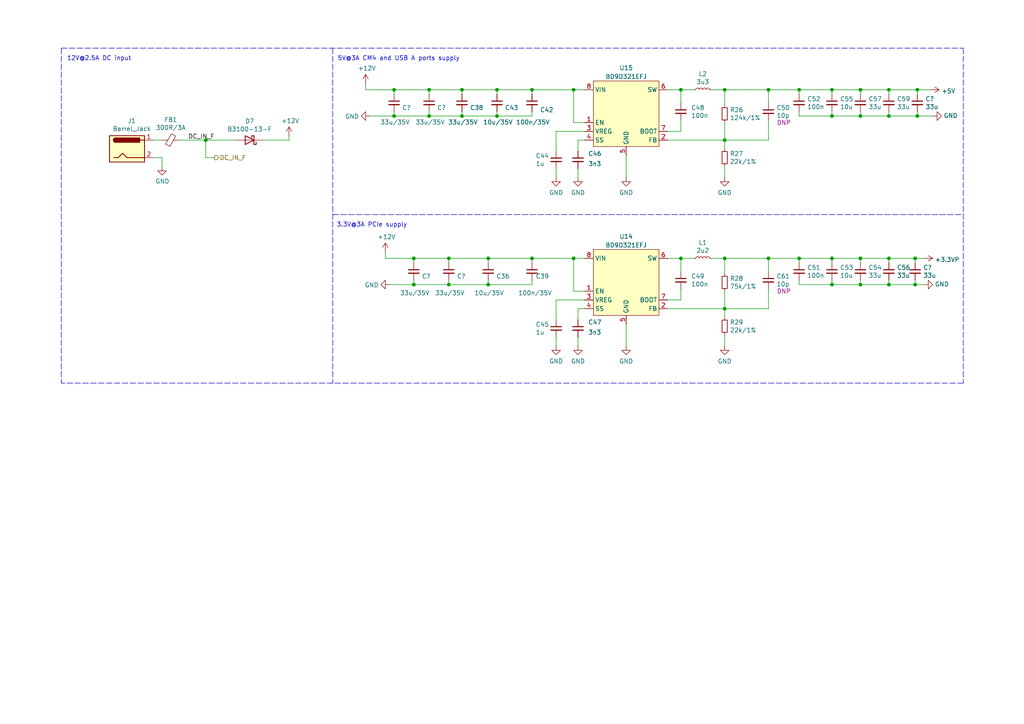
<source format=kicad_sch>
(kicad_sch (version 20210406) (generator eeschema)
  (paper "A4")
  (title_block (title "Power") (date "2021-01-12") (rev "0.1") (company "Nabu Casa") (comment 1 "www.nabucasa.com") (comment 2 "Light Blue"))
  (lib_symbols
    (symbol "Connector:Barrel_Jack" (pin_names (offset 1.016))
      (property "Reference" "J" (at 0 5.334 0))
      (property "Value" "Barrel_Jack" (at 0 -5.08 0))
      (symbol "Barrel_Jack_0_1"
        (arc (start -3.302 3.175) (end -3.302 1.905) (radius (at -3.302 2.54) (length 0.635) (angles 90.1 -90.1)) (stroke (width 0.254)))
        (arc (start -3.302 3.175) (end -3.302 1.905) (radius (at -3.302 2.54) (length 0.635) (angles 90.1 -90.1)) (stroke (width 0.254)) (fill (type outline)))
        (rectangle (start 3.683 3.175) (end -3.302 1.905) (stroke (width 0.254)) (fill (type outline)))
        (rectangle (start -5.08 3.81) (end 5.08 -3.81) (stroke (width 0.254)) (fill (type background)))
        (polyline (pts (xy 5.08 2.54) (xy 3.81 2.54)) (stroke (width 0.254)))
        (polyline (pts (xy -3.81 -2.54) (xy -2.54 -2.54) (xy -1.27 -1.27) (xy 0 -2.54) (xy 2.54 -2.54) (xy 5.08 -2.54)) (stroke (width 0.254)))
      )
      (symbol "Barrel_Jack_1_1"
        (pin passive line (at 7.62 2.54 180) (length 2.54) (name "~") (number "1"))
        (pin passive line (at 7.62 -2.54 180) (length 2.54) (name "~") (number "2"))
      )
    )
    (symbol "Device:C_Small" (pin_numbers hide) (pin_names (offset 0.254) hide)
      (property "Reference" "C" (at 0.254 1.778 0))
      (property "Value" "C_Small" (at 0.254 -2.032 0))
      (symbol "C_Small_0_1"
        (polyline (pts (xy -1.524 -0.508) (xy 1.524 -0.508)) (stroke (width 0.3302)))
        (polyline (pts (xy -1.524 0.508) (xy 1.524 0.508)) (stroke (width 0.3048)))
      )
      (symbol "C_Small_1_1"
        (pin passive line (at 0 2.54 270) (length 2.032) (name "~") (number "1"))
        (pin passive line (at 0 -2.54 90) (length 2.032) (name "~") (number "2"))
      )
    )
    (symbol "Device:D_Schottky" (pin_numbers hide) (pin_names (offset 1.016) hide)
      (property "Reference" "D" (at 0 2.54 0))
      (property "Value" "D_Schottky" (at 0 -2.54 0))
      (symbol "D_Schottky_0_1"
        (polyline (pts (xy 1.27 0) (xy -1.27 0)))
        (polyline (pts (xy 1.27 1.27) (xy 1.27 -1.27) (xy -1.27 0) (xy 1.27 1.27)) (stroke (width 0.254)))
        (polyline (pts (xy -1.905 0.635) (xy -1.905 1.27) (xy -1.27 1.27) (xy -1.27 -1.27) (xy -0.635 -1.27) (xy -0.635 -0.635)) (stroke (width 0.254)))
      )
      (symbol "D_Schottky_1_1"
        (pin passive line (at -3.81 0 0) (length 2.54) (name "K") (number "1"))
        (pin passive line (at 3.81 0 180) (length 2.54) (name "A") (number "2"))
      )
    )
    (symbol "Device:Ferrite_Bead_Small" (pin_numbers hide) (pin_names (offset 0))
      (property "Reference" "FB" (at 1.905 1.27 0))
      (property "Value" "Ferrite_Bead_Small" (at 1.905 -1.27 0))
      (symbol "Ferrite_Bead_Small_0_1"
        (polyline (pts (xy 0 -1.27) (xy 0 -0.7874)))
        (polyline (pts (xy 0 0.889) (xy 0 1.2954)))
        (polyline (pts (xy -1.8288 0.2794) (xy -1.1176 1.4986) (xy 1.8288 -0.2032) (xy 1.1176 -1.4224) (xy -1.8288 0.2794)))
      )
      (symbol "Ferrite_Bead_Small_1_1"
        (pin passive line (at 0 2.54 270) (length 1.27) (name "~") (number "1"))
        (pin passive line (at 0 -2.54 90) (length 1.27) (name "~") (number "2"))
      )
    )
    (symbol "Device:L_Small" (pin_numbers hide) (pin_names (offset 0.254) hide)
      (property "Reference" "L" (at 0.762 1.016 0))
      (property "Value" "L_Small" (at 0.762 -1.016 0))
      (symbol "L_Small_0_1"
        (arc (start 0 -2.032) (end 0 -1.016) (radius (at 0 -1.524) (length 0.508) (angles -89.9 89.9)))
        (arc (start 0 -1.016) (end 0 0) (radius (at 0 -0.508) (length 0.508) (angles -89.9 89.9)))
        (arc (start 0 0) (end 0 1.016) (radius (at 0 0.508) (length 0.508) (angles -89.9 89.9)))
        (arc (start 0 1.016) (end 0 2.032) (radius (at 0 1.524) (length 0.508) (angles -89.9 89.9)))
      )
      (symbol "L_Small_1_1"
        (pin passive line (at 0 2.54 270) (length 0.508) (name "~") (number "1"))
        (pin passive line (at 0 -2.54 90) (length 0.508) (name "~") (number "2"))
      )
    )
    (symbol "Device:R_Small" (pin_numbers hide) (pin_names (offset 0.254) hide)
      (property "Reference" "R" (at 0.762 0.508 0))
      (property "Value" "R_Small" (at 0.762 -1.016 0))
      (symbol "R_Small_0_1"
        (rectangle (start -0.762 1.778) (end 0.762 -1.778) (stroke (width 0.2032)))
      )
      (symbol "R_Small_1_1"
        (pin passive line (at 0 2.54 270) (length 0.762) (name "~") (number "1"))
        (pin passive line (at 0 -2.54 90) (length 0.762) (name "~") (number "2"))
      )
    )
    (symbol "LightBlue:BD9D321EFJ"
      (property "Reference" "U" (at 0 13.335 0))
      (property "Value" "BD9D321EFJ" (at 0 10.795 0))
      (symbol "BD9D321EFJ_0_1"
        (rectangle (start -9.525 9.525) (end 9.525 -9.525) (stroke (width 0.1524)) (fill (type background)))
      )
      (symbol "BD9D321EFJ_1_1"
        (pin input line (at -12.065 -2.54 0) (length 2.54) (name "EN") (number "1"))
        (pin passive line (at 12.065 -7.62 180) (length 2.54) (name "FB") (number "2"))
        (pin power_out line (at -12.065 -5.08 0) (length 2.54) (name "VREG") (number "3"))
        (pin input line (at -12.065 -7.62 0) (length 2.54) (name "SS") (number "4"))
        (pin power_in line (at 0 -12.065 90) (length 2.54) (name "GND") (number "5"))
        (pin power_out line (at 12.065 6.985 180) (length 2.54) (name "SW") (number "6"))
        (pin input line (at 12.065 -5.08 180) (length 2.54) (name "BOOT") (number "7"))
        (pin power_in line (at -12.065 6.985 0) (length 2.54) (name "VIN") (number "8"))
        (pin passive line (at 0 -12.065 90) (length 2.54) hide (name "GND") (number "9"))
      )
    )
    (symbol "LightBlue:BD9D321EFJ_1"
      (property "Reference" "U" (at 0 13.335 0))
      (property "Value" "BD9D321EFJ" (at 0 10.795 0))
      (symbol "BD9D321EFJ_1_0_1"
        (rectangle (start -9.525 9.525) (end 9.525 -9.525) (stroke (width 0.1524)) (fill (type background)))
      )
      (symbol "BD9D321EFJ_1_1_1"
        (pin input line (at -12.065 -2.54 0) (length 2.54) (name "EN") (number "1"))
        (pin passive line (at 12.065 -7.62 180) (length 2.54) (name "FB") (number "2"))
        (pin power_out line (at -12.065 -5.08 0) (length 2.54) (name "VREG") (number "3"))
        (pin input line (at -12.065 -7.62 0) (length 2.54) (name "SS") (number "4"))
        (pin power_in line (at 0 -12.065 90) (length 2.54) (name "GND") (number "5"))
        (pin power_out line (at 12.065 6.985 180) (length 2.54) (name "SW") (number "6"))
        (pin input line (at 12.065 -5.08 180) (length 2.54) (name "BOOT") (number "7"))
        (pin power_in line (at -12.065 6.985 0) (length 2.54) (name "VIN") (number "8"))
        (pin passive line (at 0 -12.065 90) (length 2.54) hide (name "GND") (number "9"))
      )
    )
    (symbol "power:+12V" (power) (pin_names (offset 0))
      (property "Value" "+12V" (at 0 3.556 0))
      (symbol "+12V_0_1"
        (polyline (pts (xy -0.762 1.27) (xy 0 2.54)))
        (polyline (pts (xy 0 0) (xy 0 2.54)))
        (polyline (pts (xy 0 2.54) (xy 0.762 1.27)))
      )
      (symbol "+12V_1_1"
        (pin power_in line (at 0 0 90) (length 0) hide (name "+12V") (number "1"))
      )
    )
    (symbol "power:+3.3VP" (power) (pin_names (offset 0))
      (property "Value" "+3.3VP" (at 0 2.54 0))
      (symbol "+3.3VP_0_0"
        (pin power_in line (at 0 0 90) (length 0) hide (name "+3.3VP") (number "1"))
      )
      (symbol "+3.3VP_0_1"
        (polyline (pts (xy -0.762 1.27) (xy 0 2.54)))
        (polyline (pts (xy 0 0) (xy 0 2.54)))
        (polyline (pts (xy 0 2.54) (xy 0.762 1.27)))
      )
    )
    (symbol "power:+5V" (power) (pin_names (offset 0))
      (property "Value" "+5V" (at 0 3.556 0))
      (symbol "+5V_0_1"
        (polyline (pts (xy -0.762 1.27) (xy 0 2.54)))
        (polyline (pts (xy 0 0) (xy 0 2.54)))
        (polyline (pts (xy 0 2.54) (xy 0.762 1.27)))
      )
      (symbol "+5V_1_1"
        (pin power_in line (at 0 0 90) (length 0) hide (name "+5V") (number "1"))
      )
    )
    (symbol "power:GND" (power) (pin_names (offset 0))
      (property "Value" "GND" (at 0 -3.81 0))
      (symbol "GND_0_1"
        (polyline (pts (xy 0 0) (xy 0 -1.27) (xy 1.27 -1.27) (xy 0 -2.54) (xy -1.27 -1.27) (xy 0 -1.27)))
      )
      (symbol "GND_1_1"
        (pin power_in line (at 0 0 270) (length 0) hide (name "GND") (number "1"))
      )
    )
  )
  (junction (at 59.69 40.64) (diameter 0.9144))
  (junction (at 114.3 26.035) (diameter 0.9144))
  (junction (at 114.3 33.655) (diameter 0.9144))
  (junction (at 120.015 74.93) (diameter 0.9144))
  (junction (at 120.015 82.55) (diameter 0.9144))
  (junction (at 124.46 26.035) (diameter 0.9144))
  (junction (at 124.46 33.655) (diameter 0.9144))
  (junction (at 130.175 74.93) (diameter 0.9144))
  (junction (at 130.175 82.55) (diameter 0.9144))
  (junction (at 133.985 26.035) (diameter 0.9144))
  (junction (at 133.985 33.655) (diameter 0.9144))
  (junction (at 141.605 74.93) (diameter 0.9144))
  (junction (at 141.605 82.55) (diameter 0.9144))
  (junction (at 144.145 26.035) (diameter 0.9144))
  (junction (at 144.145 33.655) (diameter 0.9144))
  (junction (at 154.305 26.035) (diameter 0.9144))
  (junction (at 154.305 74.93) (diameter 0.9144))
  (junction (at 166.37 26.035) (diameter 0.9144))
  (junction (at 166.37 74.93) (diameter 0.9144))
  (junction (at 197.485 26.035) (diameter 0.9144))
  (junction (at 197.485 74.93) (diameter 0.9144))
  (junction (at 210.185 26.035) (diameter 0.9144))
  (junction (at 210.185 40.64) (diameter 0.9144))
  (junction (at 210.185 74.93) (diameter 0.9144))
  (junction (at 210.185 89.535) (diameter 0.9144))
  (junction (at 222.885 26.035) (diameter 0.9144))
  (junction (at 222.885 74.93) (diameter 0.9144))
  (junction (at 231.775 26.035) (diameter 0.9144))
  (junction (at 231.775 74.93) (diameter 0.9144))
  (junction (at 241.3 26.035) (diameter 0.9144))
  (junction (at 241.3 33.655) (diameter 0.9144))
  (junction (at 241.3 74.93) (diameter 0.9144))
  (junction (at 241.3 82.55) (diameter 0.9144))
  (junction (at 249.555 26.035) (diameter 0.9144))
  (junction (at 249.555 33.655) (diameter 0.9144))
  (junction (at 249.555 74.93) (diameter 0.9144))
  (junction (at 249.555 82.55) (diameter 0.9144))
  (junction (at 257.81 26.035) (diameter 0.9144))
  (junction (at 257.81 33.655) (diameter 0.9144))
  (junction (at 257.81 74.93) (diameter 0.9144))
  (junction (at 257.81 82.55) (diameter 0.9144))
  (junction (at 265.43 74.93) (diameter 0.9144))
  (junction (at 265.43 82.55) (diameter 0.9144))
  (junction (at 266.065 26.035) (diameter 0.9144))
  (junction (at 266.065 33.655) (diameter 0.9144))
  (wire (pts (xy 44.45 40.64) (xy 46.99 40.64)))
  (wire (pts (xy 44.45 45.72) (xy 46.99 45.72)))
  (wire (pts (xy 46.99 45.72) (xy 46.99 48.26)))
  (wire (pts (xy 52.07 40.64) (xy 59.69 40.64)))
  (wire (pts (xy 59.69 40.64) (xy 68.58 40.64)))
  (wire (pts (xy 59.69 45.72) (xy 59.69 40.64)))
  (wire (pts (xy 62.23 45.72) (xy 59.69 45.72)))
  (wire (pts (xy 76.2 40.64) (xy 83.82 40.64)))
  (wire (pts (xy 83.82 39.37) (xy 83.82 40.64)))
  (wire (pts (xy 106.045 24.13) (xy 106.045 26.035)))
  (wire (pts (xy 106.045 26.035) (xy 114.3 26.035)))
  (wire (pts (xy 107.315 33.655) (xy 114.3 33.655)))
  (wire (pts (xy 111.76 73.025) (xy 111.76 74.93)))
  (wire (pts (xy 111.76 74.93) (xy 120.015 74.93)))
  (wire (pts (xy 113.03 82.55) (xy 120.015 82.55)))
  (wire (pts (xy 114.3 26.035) (xy 114.3 27.305)))
  (wire (pts (xy 114.3 26.035) (xy 124.46 26.035)))
  (wire (pts (xy 114.3 32.385) (xy 114.3 33.655)))
  (wire (pts (xy 114.3 33.655) (xy 124.46 33.655)))
  (wire (pts (xy 120.015 74.93) (xy 120.015 76.2)))
  (wire (pts (xy 120.015 74.93) (xy 130.175 74.93)))
  (wire (pts (xy 120.015 81.28) (xy 120.015 82.55)))
  (wire (pts (xy 120.015 82.55) (xy 130.175 82.55)))
  (wire (pts (xy 124.46 26.035) (xy 124.46 27.305)))
  (wire (pts (xy 124.46 26.035) (xy 133.985 26.035)))
  (wire (pts (xy 124.46 32.385) (xy 124.46 33.655)))
  (wire (pts (xy 124.46 33.655) (xy 133.985 33.655)))
  (wire (pts (xy 130.175 74.93) (xy 130.175 76.2)))
  (wire (pts (xy 130.175 74.93) (xy 141.605 74.93)))
  (wire (pts (xy 130.175 81.28) (xy 130.175 82.55)))
  (wire (pts (xy 130.175 82.55) (xy 141.605 82.55)))
  (wire (pts (xy 133.985 26.035) (xy 133.985 27.305)))
  (wire (pts (xy 133.985 26.035) (xy 144.145 26.035)))
  (wire (pts (xy 133.985 33.655) (xy 133.985 32.385)))
  (wire (pts (xy 133.985 33.655) (xy 144.145 33.655)))
  (wire (pts (xy 141.605 74.93) (xy 141.605 76.2)))
  (wire (pts (xy 141.605 74.93) (xy 154.305 74.93)))
  (wire (pts (xy 141.605 81.28) (xy 141.605 82.55)))
  (wire (pts (xy 141.605 82.55) (xy 154.305 82.55)))
  (wire (pts (xy 144.145 26.035) (xy 144.145 27.305)))
  (wire (pts (xy 144.145 26.035) (xy 154.305 26.035)))
  (wire (pts (xy 144.145 32.385) (xy 144.145 33.655)))
  (wire (pts (xy 144.145 33.655) (xy 154.305 33.655)))
  (wire (pts (xy 154.305 26.035) (xy 154.305 27.305)))
  (wire (pts (xy 154.305 26.035) (xy 166.37 26.035)))
  (wire (pts (xy 154.305 33.655) (xy 154.305 32.385)))
  (wire (pts (xy 154.305 74.93) (xy 154.305 76.2)))
  (wire (pts (xy 154.305 74.93) (xy 166.37 74.93)))
  (wire (pts (xy 154.305 81.28) (xy 154.305 82.55)))
  (wire (pts (xy 161.29 38.1) (xy 161.29 43.815)))
  (wire (pts (xy 161.29 48.895) (xy 161.29 51.435)))
  (wire (pts (xy 161.29 86.995) (xy 161.29 92.71)))
  (wire (pts (xy 161.29 97.79) (xy 161.29 100.33)))
  (wire (pts (xy 166.37 26.035) (xy 169.545 26.035)))
  (wire (pts (xy 166.37 35.56) (xy 166.37 26.035)))
  (wire (pts (xy 166.37 74.93) (xy 166.37 84.455)))
  (wire (pts (xy 166.37 74.93) (xy 169.545 74.93)))
  (wire (pts (xy 166.37 84.455) (xy 169.545 84.455)))
  (wire (pts (xy 167.64 40.64) (xy 167.64 43.815)))
  (wire (pts (xy 167.64 40.64) (xy 169.545 40.64)))
  (wire (pts (xy 167.64 48.895) (xy 167.64 51.435)))
  (wire (pts (xy 167.64 89.535) (xy 167.64 92.71)))
  (wire (pts (xy 167.64 89.535) (xy 169.545 89.535)))
  (wire (pts (xy 167.64 97.79) (xy 167.64 100.33)))
  (wire (pts (xy 169.545 35.56) (xy 166.37 35.56)))
  (wire (pts (xy 169.545 38.1) (xy 161.29 38.1)))
  (wire (pts (xy 169.545 86.995) (xy 161.29 86.995)))
  (wire (pts (xy 181.61 45.085) (xy 181.61 51.435)))
  (wire (pts (xy 181.61 93.98) (xy 181.61 100.33)))
  (wire (pts (xy 193.675 26.035) (xy 197.485 26.035)))
  (wire (pts (xy 193.675 38.1) (xy 197.485 38.1)))
  (wire (pts (xy 193.675 40.64) (xy 210.185 40.64)))
  (wire (pts (xy 193.675 74.93) (xy 197.485 74.93)))
  (wire (pts (xy 193.675 86.995) (xy 197.485 86.995)))
  (wire (pts (xy 193.675 89.535) (xy 210.185 89.535)))
  (wire (pts (xy 197.485 26.035) (xy 197.485 29.845)))
  (wire (pts (xy 197.485 26.035) (xy 201.295 26.035)))
  (wire (pts (xy 197.485 34.925) (xy 197.485 38.1)))
  (wire (pts (xy 197.485 74.93) (xy 197.485 78.74)))
  (wire (pts (xy 197.485 74.93) (xy 201.295 74.93)))
  (wire (pts (xy 197.485 83.82) (xy 197.485 86.995)))
  (wire (pts (xy 206.375 26.035) (xy 210.185 26.035)))
  (wire (pts (xy 206.375 74.93) (xy 210.185 74.93)))
  (wire (pts (xy 210.185 26.035) (xy 210.185 30.48)))
  (wire (pts (xy 210.185 26.035) (xy 222.885 26.035)))
  (wire (pts (xy 210.185 35.56) (xy 210.185 40.64)))
  (wire (pts (xy 210.185 40.64) (xy 210.185 43.18)))
  (wire (pts (xy 210.185 40.64) (xy 222.885 40.64)))
  (wire (pts (xy 210.185 48.26) (xy 210.185 51.435)))
  (wire (pts (xy 210.185 74.93) (xy 210.185 79.375)))
  (wire (pts (xy 210.185 74.93) (xy 222.885 74.93)))
  (wire (pts (xy 210.185 84.455) (xy 210.185 89.535)))
  (wire (pts (xy 210.185 89.535) (xy 210.185 92.075)))
  (wire (pts (xy 210.185 89.535) (xy 222.885 89.535)))
  (wire (pts (xy 210.185 97.155) (xy 210.185 100.33)))
  (wire (pts (xy 222.885 26.035) (xy 222.885 29.845)))
  (wire (pts (xy 222.885 26.035) (xy 231.775 26.035)))
  (wire (pts (xy 222.885 34.925) (xy 222.885 40.64)))
  (wire (pts (xy 222.885 74.93) (xy 222.885 78.74)))
  (wire (pts (xy 222.885 74.93) (xy 231.775 74.93)))
  (wire (pts (xy 222.885 83.82) (xy 222.885 89.535)))
  (wire (pts (xy 231.775 26.035) (xy 231.775 27.305)))
  (wire (pts (xy 231.775 26.035) (xy 241.3 26.035)))
  (wire (pts (xy 231.775 32.385) (xy 231.775 33.655)))
  (wire (pts (xy 231.775 33.655) (xy 241.3 33.655)))
  (wire (pts (xy 231.775 74.93) (xy 231.775 76.2)))
  (wire (pts (xy 231.775 74.93) (xy 241.3 74.93)))
  (wire (pts (xy 231.775 81.28) (xy 231.775 82.55)))
  (wire (pts (xy 231.775 82.55) (xy 241.3 82.55)))
  (wire (pts (xy 241.3 26.035) (xy 241.3 27.305)))
  (wire (pts (xy 241.3 26.035) (xy 249.555 26.035)))
  (wire (pts (xy 241.3 32.385) (xy 241.3 33.655)))
  (wire (pts (xy 241.3 33.655) (xy 249.555 33.655)))
  (wire (pts (xy 241.3 74.93) (xy 241.3 76.2)))
  (wire (pts (xy 241.3 74.93) (xy 249.555 74.93)))
  (wire (pts (xy 241.3 81.28) (xy 241.3 82.55)))
  (wire (pts (xy 241.3 82.55) (xy 249.555 82.55)))
  (wire (pts (xy 249.555 26.035) (xy 249.555 27.305)))
  (wire (pts (xy 249.555 26.035) (xy 257.81 26.035)))
  (wire (pts (xy 249.555 32.385) (xy 249.555 33.655)))
  (wire (pts (xy 249.555 33.655) (xy 257.81 33.655)))
  (wire (pts (xy 249.555 74.93) (xy 249.555 76.2)))
  (wire (pts (xy 249.555 74.93) (xy 257.81 74.93)))
  (wire (pts (xy 249.555 81.28) (xy 249.555 82.55)))
  (wire (pts (xy 249.555 82.55) (xy 257.81 82.55)))
  (wire (pts (xy 257.81 26.035) (xy 257.81 27.305)))
  (wire (pts (xy 257.81 26.035) (xy 266.065 26.035)))
  (wire (pts (xy 257.81 32.385) (xy 257.81 33.655)))
  (wire (pts (xy 257.81 33.655) (xy 266.065 33.655)))
  (wire (pts (xy 257.81 74.93) (xy 257.81 76.2)))
  (wire (pts (xy 257.81 74.93) (xy 265.43 74.93)))
  (wire (pts (xy 257.81 81.28) (xy 257.81 82.55)))
  (wire (pts (xy 257.81 82.55) (xy 265.43 82.55)))
  (wire (pts (xy 265.43 74.93) (xy 267.97 74.93)))
  (wire (pts (xy 265.43 76.2) (xy 265.43 74.93)))
  (wire (pts (xy 265.43 81.28) (xy 265.43 82.55)))
  (wire (pts (xy 265.43 82.55) (xy 267.97 82.55)))
  (wire (pts (xy 266.065 26.035) (xy 266.065 27.305)))
  (wire (pts (xy 266.065 26.035) (xy 269.875 26.035)))
  (wire (pts (xy 266.065 32.385) (xy 266.065 33.655)))
  (wire (pts (xy 266.065 33.655) (xy 270.51 33.655)))
  (polyline (pts (xy 17.78 13.97) (xy 17.78 110.49)) (stroke (width 0) (type dash)))
  (polyline (pts (xy 17.78 13.97) (xy 279.4 13.97)) (stroke (width 0) (type dash)))
  (polyline (pts (xy 17.78 110.49) (xy 17.78 111.125)) (stroke (width 0) (type dash)))
  (polyline (pts (xy 96.52 13.97) (xy 96.52 111.125)) (stroke (width 0) (type dash)))
  (polyline (pts (xy 96.52 62.23) (xy 279.4 62.23)) (stroke (width 0) (type dash)))
  (polyline (pts (xy 279.4 13.97) (xy 279.4 111.125)) (stroke (width 0) (type dash)))
  (polyline (pts (xy 279.4 111.125) (xy 17.78 111.125)) (stroke (width 0) (type dash)))
  (text "12V@2.5A DC input" (at 38.1 17.78 180) (effects (font (size 1.27 1.27)) (justify right bottom)))
  (text "3.3V@3A PCIe supply" (at 118.11 66.04 180) (effects (font (size 1.27 1.27)) (justify right bottom)))
  (text "5V@3A CM4 and USB A ports supply" (at 133.35 17.78 180) (effects (font (size 1.27 1.27)) (justify right bottom)))
  (label "DC_IN_F" (at 62.23 40.64 180))
  (hierarchical_label "DC_IN_F" (shape output) (at 62.23 45.72 0))
  (symbol (lib_id "power:+12V") (at 83.82 39.37 0) (unit 1)
    (property "Reference" "#PWR0204" (effects hide))
    (property "Value" "+12V" (at 84.1883 35.0456 0))
  )
  (symbol (lib_id "power:+12V") (at 106.045 24.13 0) (unit 1)
    (property "Reference" "#PWR0201" (effects hide))
    (property "Value" "+12V" (at 106.4133 19.8056 0))
  )
  (symbol (lib_id "power:+12V") (at 111.76 73.025 0) (unit 1)
    (property "Reference" "#PWR0202" (effects hide))
    (property "Value" "+12V" (at 112.1283 68.7006 0))
  )
  (symbol (lib_id "power:+3.3VP") (at 267.97 74.93 270) (unit 1)
    (property "Reference" "#PWR0194" (effects hide))
    (property "Value" "+3.3VP" (at 271.1451 75.2983 90) (effects (justify left)))
  )
  (symbol (lib_id "power:+5V") (at 269.875 26.035 270) (unit 1)
    (property "Reference" "#PWR0196" (effects hide))
    (property "Value" "+5V" (at 273.0501 26.4033 90) (effects (justify left)))
  )
  (symbol (lib_id "Device:L_Small") (at 203.835 26.035 90) (unit 1)
    (property "Reference" "L2" (at 203.835 21.4438 90))
    (property "Value" "3u3" (at 203.835 23.743 90))
    (property "Footprint" "Inductor_SMD:L_Taiyo-Yuden_NR-80xx" (effects hide))
    (property "Manufacturer" "Taiyo Yuden" (effects hide))
    (property "PartNumber" "NRS8030T3R3MJGJ" (effects hide))
  )
  (symbol (lib_id "Device:L_Small") (at 203.835 74.93 90) (unit 1)
    (property "Reference" "L1" (at 203.835 70.3388 90))
    (property "Value" "2u2" (at 203.835 72.638 90))
    (property "Footprint" "Inductor_SMD:L_Taiyo-Yuden_NR-50xx" (effects hide))
    (property "Manufacturer" "Taiyo Yuden" (effects hide))
    (property "PartNumber" "‎NRS5040T2R2NMGJ‎" (effects hide))
  )
  (symbol (lib_id "power:GND") (at 46.99 48.26 0) (unit 1)
    (property "Reference" "#PWR0205" (effects hide))
    (property "Value" "GND" (at 47.1043 52.5844 0))
  )
  (symbol (lib_id "power:GND") (at 107.315 33.655 270) (unit 1)
    (property "Reference" "#PWR0198" (effects hide))
    (property "Value" "GND" (at 104.14 33.7693 90) (effects (justify right)))
  )
  (symbol (lib_id "power:GND") (at 113.03 82.55 270) (unit 1)
    (property "Reference" "#PWR0203" (effects hide))
    (property "Value" "GND" (at 109.855 82.6643 90) (effects (justify right)))
  )
  (symbol (lib_id "power:GND") (at 161.29 51.435 0) (unit 1)
    (property "Reference" "#PWR0283" (effects hide))
    (property "Value" "GND" (at 161.29 55.88 0))
  )
  (symbol (lib_id "power:GND") (at 161.29 100.33 0) (unit 1)
    (property "Reference" "#PWR0280" (effects hide))
    (property "Value" "GND" (at 161.29 104.775 0))
  )
  (symbol (lib_id "power:GND") (at 167.64 51.435 0) (unit 1)
    (property "Reference" "#PWR0282" (effects hide))
    (property "Value" "GND" (at 167.64 55.88 0))
  )
  (symbol (lib_id "power:GND") (at 167.64 100.33 0) (unit 1)
    (property "Reference" "#PWR0281" (effects hide))
    (property "Value" "GND" (at 167.64 104.775 0))
  )
  (symbol (lib_id "power:GND") (at 181.61 51.435 0) (unit 1)
    (property "Reference" "#PWR0254" (effects hide))
    (property "Value" "GND" (at 181.61 55.88 0))
  )
  (symbol (lib_id "power:GND") (at 181.61 100.33 0) (unit 1)
    (property "Reference" "#PWR0216" (effects hide))
    (property "Value" "GND" (at 181.61 104.775 0))
  )
  (symbol (lib_id "power:GND") (at 210.185 51.435 0) (unit 1)
    (property "Reference" "#PWR0215" (effects hide))
    (property "Value" "GND" (at 210.185 55.88 0))
  )
  (symbol (lib_id "power:GND") (at 210.185 100.33 0) (unit 1)
    (property "Reference" "#PWR0218" (effects hide))
    (property "Value" "GND" (at 210.185 104.775 0))
  )
  (symbol (lib_id "power:GND") (at 267.97 82.55 90) (unit 1)
    (property "Reference" "#PWR0195" (effects hide))
    (property "Value" "GND" (at 271.1451 82.4357 90) (effects (justify right)))
  )
  (symbol (lib_id "power:GND") (at 270.51 33.655 90) (unit 1)
    (property "Reference" "#PWR0197" (effects hide))
    (property "Value" "GND" (at 273.6851 33.5407 90) (effects (justify right)))
  )
  (symbol (lib_id "Device:R_Small") (at 210.185 33.02 180) (unit 1)
    (property "Reference" "R26" (at 211.6837 31.8706 0) (effects (justify right)))
    (property "Value" "124k/1%" (at 211.684 34.169 0) (effects (justify right)))
    (property "Footprint" "Resistor_SMD:R_0402_1005Metric" (effects hide))
  )
  (symbol (lib_id "Device:R_Small") (at 210.185 45.72 180) (unit 1)
    (property "Reference" "R27" (at 211.6837 44.5706 0) (effects (justify right)))
    (property "Value" "22k/1%" (at 211.684 46.869 0) (effects (justify right)))
    (property "Footprint" "Resistor_SMD:R_0402_1005Metric" (effects hide))
  )
  (symbol (lib_id "Device:R_Small") (at 210.185 81.915 180) (unit 1)
    (property "Reference" "R28" (at 211.6837 80.7656 0) (effects (justify right)))
    (property "Value" "75k/1%" (at 211.684 83.064 0) (effects (justify right)))
    (property "Footprint" "Resistor_SMD:R_0402_1005Metric" (effects hide))
  )
  (symbol (lib_id "Device:R_Small") (at 210.185 94.615 180) (unit 1)
    (property "Reference" "R29" (at 211.6837 93.4656 0) (effects (justify right)))
    (property "Value" "22k/1%" (at 211.684 95.764 0) (effects (justify right)))
    (property "Footprint" "Resistor_SMD:R_0402_1005Metric" (effects hide))
  )
  (symbol (lib_id "Device:C_Small") (at 114.3 29.845 0) (unit 1)
    (property "Reference" "C?" (at 116.6242 31.2356 0) (effects (justify left)))
    (property "Value" "33u/35V" (at 110.274 35.439 0) (effects (justify left)))
    (property "Footprint" "Capacitor_SMD:C_0805_2012Metric" (effects hide))
  )
  (symbol (lib_id "Device:C_Small") (at 120.015 78.74 0) (unit 1)
    (property "Reference" "C?" (at 122.3392 80.1306 0) (effects (justify left)))
    (property "Value" "33u/35V" (at 115.989 84.969 0) (effects (justify left)))
    (property "Footprint" "Capacitor_SMD:C_0805_2012Metric" (effects hide))
  )
  (symbol (lib_id "Device:C_Small") (at 124.46 29.845 0) (unit 1)
    (property "Reference" "C?" (at 126.7842 31.2356 0) (effects (justify left)))
    (property "Value" "33u/35V" (at 120.434 35.439 0) (effects (justify left)))
    (property "Footprint" "Capacitor_SMD:C_0805_2012Metric" (effects hide))
  )
  (symbol (lib_id "Device:C_Small") (at 130.175 78.74 0) (unit 1)
    (property "Reference" "C?" (at 132.4992 80.1306 0) (effects (justify left)))
    (property "Value" "33u/35V" (at 126.149 84.969 0) (effects (justify left)))
    (property "Footprint" "Capacitor_SMD:C_0805_2012Metric" (effects hide))
  )
  (symbol (lib_id "Device:C_Small") (at 133.985 29.845 0) (unit 1)
    (property "Reference" "C38" (at 136.3092 31.2356 0) (effects (justify left)))
    (property "Value" "33u/35V" (at 129.959 35.439 0) (effects (justify left)))
    (property "Footprint" "Capacitor_SMD:C_0805_2012Metric" (effects hide))
  )
  (symbol (lib_id "Device:C_Small") (at 141.605 78.74 0) (unit 1)
    (property "Reference" "C36" (at 143.9292 80.1306 0) (effects (justify left)))
    (property "Value" "10u/35V" (at 137.579 84.969 0) (effects (justify left)))
    (property "Footprint" "Capacitor_SMD:C_0805_2012Metric" (effects hide))
  )
  (symbol (lib_id "Device:C_Small") (at 144.145 29.845 0) (unit 1)
    (property "Reference" "C43" (at 146.4692 31.2356 0) (effects (justify left)))
    (property "Value" "10u/35V" (at 140.119 35.439 0) (effects (justify left)))
    (property "Footprint" "Capacitor_SMD:C_0805_2012Metric" (effects hide))
  )
  (symbol (lib_id "Device:C_Small") (at 154.305 29.845 0) (unit 1)
    (property "Reference" "C42" (at 156.6292 31.8706 0) (effects (justify left)))
    (property "Value" "100n/35V" (at 149.644 35.439 0) (effects (justify left)))
    (property "Footprint" "Capacitor_SMD:C_0402_1005Metric" (effects hide))
  )
  (symbol (lib_id "Device:C_Small") (at 154.305 78.74 0) (unit 1)
    (property "Reference" "C39" (at 155.3592 80.1306 0) (effects (justify left)))
    (property "Value" "100n/35V" (at 150.279 84.969 0) (effects (justify left)))
    (property "Footprint" "Capacitor_SMD:C_0402_1005Metric" (effects hide))
  )
  (symbol (lib_id "Device:C_Small") (at 161.29 46.355 0) (unit 1)
    (property "Reference" "C44" (at 155.3592 45.2056 0) (effects (justify left)))
    (property "Value" "1u" (at 155.359 47.504 0) (effects (justify left)))
    (property "Footprint" "Capacitor_SMD:C_0402_1005Metric" (effects hide))
  )
  (symbol (lib_id "Device:C_Small") (at 161.29 95.25 0) (unit 1)
    (property "Reference" "C45" (at 155.3592 94.1006 0) (effects (justify left)))
    (property "Value" "1u" (at 155.359 96.399 0) (effects (justify left)))
    (property "Footprint" "Capacitor_SMD:C_0402_1005Metric" (effects hide))
  )
  (symbol (lib_id "Device:C_Small") (at 167.64 46.355 0) (unit 1)
    (property "Reference" "C46" (at 170.5992 44.5706 0) (effects (justify left)))
    (property "Value" "3n3" (at 170.599 47.504 0) (effects (justify left)))
    (property "Footprint" "Capacitor_SMD:C_0402_1005Metric" (effects hide))
  )
  (symbol (lib_id "Device:C_Small") (at 167.64 95.25 0) (unit 1)
    (property "Reference" "C47" (at 170.5992 93.4656 0) (effects (justify left)))
    (property "Value" "3n3" (at 170.599 96.399 0) (effects (justify left)))
    (property "Footprint" "Capacitor_SMD:C_0402_1005Metric" (effects hide))
  )
  (symbol (lib_id "Device:C_Small") (at 197.485 32.385 0) (unit 1)
    (property "Reference" "C48" (at 200.4442 31.2356 0) (effects (justify left)))
    (property "Value" "100n" (at 200.444 33.534 0) (effects (justify left)))
    (property "Footprint" "Capacitor_SMD:C_0402_1005Metric" (effects hide))
  )
  (symbol (lib_id "Device:C_Small") (at 197.485 81.28 0) (unit 1)
    (property "Reference" "C49" (at 200.4442 80.1306 0) (effects (justify left)))
    (property "Value" "100n" (at 200.444 82.429 0) (effects (justify left)))
    (property "Footprint" "Capacitor_SMD:C_0402_1005Metric" (effects hide))
  )
  (symbol (lib_id "Device:C_Small") (at 222.885 32.385 0) (unit 1)
    (property "Reference" "C50" (at 225.2092 31.2356 0) (effects (justify left)))
    (property "Value" "10p" (at 225.209 33.534 0) (effects (justify left)))
    (property "Footprint" "Capacitor_SMD:C_0402_1005Metric" (effects hide))
    (property "Config" "DNP" (at 227.33 35.56 0))
  )
  (symbol (lib_id "Device:C_Small") (at 222.885 81.28 0) (unit 1)
    (property "Reference" "C61" (at 225.2092 80.1306 0) (effects (justify left)))
    (property "Value" "10p" (at 225.209 82.429 0) (effects (justify left)))
    (property "Footprint" "Capacitor_SMD:C_0402_1005Metric" (effects hide))
    (property "Config" "DNP" (at 227.33 84.455 0))
  )
  (symbol (lib_id "Device:C_Small") (at 231.775 29.845 0) (unit 1)
    (property "Reference" "C52" (at 234.0992 28.6956 0) (effects (justify left)))
    (property "Value" "100n" (at 234.099 30.994 0) (effects (justify left)))
    (property "Footprint" "Capacitor_SMD:C_0402_1005Metric" (effects hide))
  )
  (symbol (lib_id "Device:C_Small") (at 231.775 78.74 0) (unit 1)
    (property "Reference" "C51" (at 234.0992 77.5906 0) (effects (justify left)))
    (property "Value" "100n" (at 234.099 79.889 0) (effects (justify left)))
    (property "Footprint" "Capacitor_SMD:C_0402_1005Metric" (effects hide))
  )
  (symbol (lib_id "Device:C_Small") (at 241.3 29.845 0) (unit 1)
    (property "Reference" "C55" (at 243.6242 28.6956 0) (effects (justify left)))
    (property "Value" "10u" (at 243.624 30.994 0) (effects (justify left)))
    (property "Footprint" "Capacitor_SMD:C_0805_2012Metric" (effects hide))
  )
  (symbol (lib_id "Device:C_Small") (at 241.3 78.74 0) (unit 1)
    (property "Reference" "C53" (at 243.6242 77.5906 0) (effects (justify left)))
    (property "Value" "10u" (at 243.624 79.889 0) (effects (justify left)))
    (property "Footprint" "Capacitor_SMD:C_0805_2012Metric" (effects hide))
  )
  (symbol (lib_id "Device:C_Small") (at 249.555 29.845 0) (unit 1)
    (property "Reference" "C57" (at 251.8792 28.6956 0) (effects (justify left)))
    (property "Value" "33u" (at 251.879 30.994 0) (effects (justify left)))
    (property "Footprint" "Capacitor_SMD:C_0805_2012Metric" (effects hide))
  )
  (symbol (lib_id "Device:C_Small") (at 249.555 78.74 0) (unit 1)
    (property "Reference" "C54" (at 251.8792 77.5906 0) (effects (justify left)))
    (property "Value" "33u" (at 251.879 79.889 0) (effects (justify left)))
    (property "Footprint" "Capacitor_SMD:C_0805_2012Metric" (effects hide))
  )
  (symbol (lib_id "Device:C_Small") (at 257.81 29.845 0) (unit 1)
    (property "Reference" "C59" (at 260.1342 28.6956 0) (effects (justify left)))
    (property "Value" "33u" (at 260.134 30.994 0) (effects (justify left)))
    (property "Footprint" "Capacitor_SMD:C_0805_2012Metric" (effects hide))
  )
  (symbol (lib_id "Device:C_Small") (at 257.81 78.74 0) (unit 1)
    (property "Reference" "C56" (at 260.1342 77.5906 0) (effects (justify left)))
    (property "Value" "33u" (at 260.134 79.889 0) (effects (justify left)))
    (property "Footprint" "Capacitor_SMD:C_0805_2012Metric" (effects hide))
  )
  (symbol (lib_id "Device:C_Small") (at 265.43 78.74 0) (unit 1)
    (property "Reference" "C?" (at 267.7542 77.5906 0) (effects (justify left)))
    (property "Value" "33u" (at 267.754 79.889 0) (effects (justify left)))
    (property "Footprint" "Capacitor_SMD:C_0805_2012Metric" (effects hide))
  )
  (symbol (lib_id "Device:C_Small") (at 266.065 29.845 0) (unit 1)
    (property "Reference" "C?" (at 268.3892 28.6956 0) (effects (justify left)))
    (property "Value" "33u" (at 268.389 30.994 0) (effects (justify left)))
    (property "Footprint" "Capacitor_SMD:C_0805_2012Metric" (effects hide))
  )
  (symbol (lib_id "Device:Ferrite_Bead_Small") (at 49.53 40.64 90) (unit 1)
    (property "Reference" "FB1" (at 49.53 34.728 90))
    (property "Value" "300R/3A" (at 49.53 37.0267 90))
    (property "Footprint" "Resistor_SMD:R_0805_2012Metric" (effects hide))
    (property "Manufacturer" "Würth Elektronik" (effects hide))
    (property "PartNumber" "742792031" (effects hide))
  )
  (symbol (lib_id "Device:D_Schottky") (at 72.39 40.64 180) (unit 1)
    (property "Reference" "D7" (at 72.39 35.16 0))
    (property "Value" "B3100-13-F" (at 72.39 37.4585 0))
    (property "Footprint" "Diode_SMD:D_SMC" (effects hide))
    (property "Manufacturer" "Diodes Incorporated" (effects hide))
    (property "PartNumber" "B3100-13-F" (effects hide))
  )
  (symbol (lib_id "Connector:Barrel_Jack") (at 36.83 43.18 0) (unit 1)
    (property "Reference" "J1" (at 38.227 35.0582 0))
    (property "Value" "Barrel_Jack" (at 38.227 37.3569 0))
    (property "Footprint" "Connector_BarrelJack:BarrelJack_Horizontal" (effects hide))
    (property "Manufacturer" "CUI Devices" (effects hide))
    (property "PartNumber" "PJ-002A" (effects hide))
  )
  (symbol (lib_id "LightBlue:BD9D321EFJ") (at 181.61 33.02 0) (unit 1)
    (property "Reference" "U15" (at 181.61 19.685 0))
    (property "Value" "BD9D321EFJ" (at 181.61 22.225 0))
    (property "Footprint" "Package_SO:HTSOP-8-1EP_3.9x4.9mm_P1.27mm_EP2.4x3.2mm_ThermalVias" (effects hide))
    (property "Datasheet" "https://fscdn.rohm.com/en/products/databook/datasheet/ic/power/switching_regulator/bd9d321efj-e.pdf" (effects hide))
    (property "Manufacturer" "Rohm" (effects hide))
    (property "PartNumber" "BD9D321EFJ" (effects hide))
  )
  (symbol (lib_name "LightBlue:BD9D321EFJ_1") (lib_id "LightBlue:BD9D321EFJ") (at 181.61 81.915 0) (unit 1)
    (property "Reference" "U14" (at 181.61 68.58 0))
    (property "Value" "BD9D321EFJ" (at 181.61 71.12 0))
    (property "Footprint" "Package_SO:HTSOP-8-1EP_3.9x4.9mm_P1.27mm_EP2.4x3.2mm_ThermalVias" (effects hide))
    (property "Datasheet" "https://fscdn.rohm.com/en/products/databook/datasheet/ic/power/switching_regulator/bd9d321efj-e.pdf" (effects hide))
    (property "Manufacturer" "Rohm" (effects hide))
    (property "PartNumber" "BD9D321EFJ" (effects hide))
  )
)
</source>
